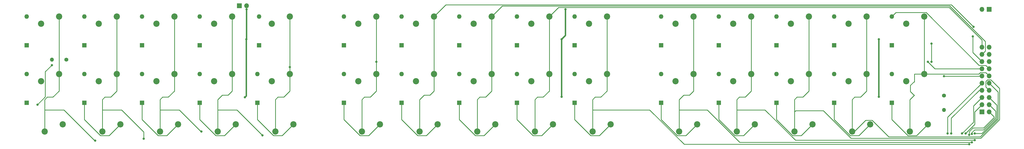
<source format=gbr>
G04 #@! TF.GenerationSoftware,KiCad,Pcbnew,5.1.6+dfsg1-1*
G04 #@! TF.CreationDate,2021-04-10T12:15:02+02:00*
G04 #@! TF.ProjectId,xFaders_keys,78466164-6572-4735-9f6b-6579732e6b69,rev?*
G04 #@! TF.SameCoordinates,Original*
G04 #@! TF.FileFunction,Copper,L1,Top*
G04 #@! TF.FilePolarity,Positive*
%FSLAX46Y46*%
G04 Gerber Fmt 4.6, Leading zero omitted, Abs format (unit mm)*
G04 Created by KiCad (PCBNEW 5.1.6+dfsg1-1) date 2021-04-10 12:15:02*
%MOMM*%
%LPD*%
G01*
G04 APERTURE LIST*
G04 #@! TA.AperFunction,ComponentPad*
%ADD10O,1.700000X1.700000*%
G04 #@! TD*
G04 #@! TA.AperFunction,ComponentPad*
%ADD11R,1.700000X1.700000*%
G04 #@! TD*
G04 #@! TA.AperFunction,ComponentPad*
%ADD12O,1.600000X1.600000*%
G04 #@! TD*
G04 #@! TA.AperFunction,ComponentPad*
%ADD13R,1.600000X1.600000*%
G04 #@! TD*
G04 #@! TA.AperFunction,ComponentPad*
%ADD14O,1.400000X1.400000*%
G04 #@! TD*
G04 #@! TA.AperFunction,ComponentPad*
%ADD15C,1.400000*%
G04 #@! TD*
G04 #@! TA.AperFunction,ComponentPad*
%ADD16C,2.200000*%
G04 #@! TD*
G04 #@! TA.AperFunction,ViaPad*
%ADD17C,0.800000*%
G04 #@! TD*
G04 #@! TA.AperFunction,Conductor*
%ADD18C,0.250000*%
G04 #@! TD*
G04 #@! TA.AperFunction,Conductor*
%ADD19C,0.500000*%
G04 #@! TD*
G04 APERTURE END LIST*
D10*
X124460000Y-140970000D03*
D11*
X121920000Y-140970000D03*
D12*
X128905000Y-144780000D03*
D13*
X128905000Y-154940000D03*
D12*
X351790000Y-165100000D03*
D13*
X351790000Y-175260000D03*
D12*
X331470000Y-165100000D03*
D13*
X331470000Y-175260000D03*
D12*
X311150000Y-165100000D03*
D13*
X311150000Y-175260000D03*
D12*
X290830000Y-165100000D03*
D13*
X290830000Y-175260000D03*
D12*
X270510000Y-165100000D03*
D13*
X270510000Y-175260000D03*
D12*
X351790000Y-144780000D03*
D13*
X351790000Y-154940000D03*
D12*
X331470000Y-144780000D03*
D13*
X331470000Y-154940000D03*
D12*
X311150000Y-144780000D03*
D13*
X311150000Y-154940000D03*
D12*
X290830000Y-144780000D03*
D13*
X290830000Y-154940000D03*
D12*
X270510000Y-144780000D03*
D13*
X270510000Y-154940000D03*
D12*
X240030000Y-165100000D03*
D13*
X240030000Y-175260000D03*
D12*
X219710000Y-165100000D03*
D13*
X219710000Y-175260000D03*
D12*
X199390000Y-165100000D03*
D13*
X199390000Y-175260000D03*
D12*
X179070000Y-165100000D03*
D13*
X179070000Y-175260000D03*
D12*
X158750000Y-165100000D03*
D13*
X158750000Y-175260000D03*
D12*
X240030000Y-144780000D03*
D13*
X240030000Y-154940000D03*
D12*
X219710000Y-144780000D03*
D13*
X219710000Y-154940000D03*
D12*
X199390000Y-144780000D03*
D13*
X199390000Y-154940000D03*
D12*
X179070000Y-144780000D03*
D13*
X179070000Y-154940000D03*
D12*
X158750000Y-144780000D03*
D13*
X158750000Y-154940000D03*
D12*
X128270000Y-165100000D03*
D13*
X128270000Y-175260000D03*
D12*
X107950000Y-165100000D03*
D13*
X107950000Y-175260000D03*
D12*
X87630000Y-165100000D03*
D13*
X87630000Y-175260000D03*
D12*
X67310000Y-165100000D03*
D13*
X67310000Y-175260000D03*
D12*
X46990000Y-165100000D03*
D13*
X46990000Y-175260000D03*
D12*
X107950000Y-144780000D03*
D13*
X107950000Y-154940000D03*
D12*
X87630000Y-144780000D03*
D13*
X87630000Y-154940000D03*
D12*
X67310000Y-144780000D03*
D13*
X67310000Y-154940000D03*
D12*
X46990000Y-144780000D03*
D13*
X46990000Y-154940000D03*
D14*
X55880000Y-160020000D03*
D15*
X60960000Y-160020000D03*
D14*
X370205000Y-177800000D03*
D15*
X370205000Y-172720000D03*
D10*
X383540000Y-142240000D03*
D11*
X386080000Y-142240000D03*
D16*
X171450000Y-182880000D03*
X165100000Y-185420000D03*
X120650000Y-182880000D03*
X114300000Y-185420000D03*
X191770000Y-182880000D03*
X185420000Y-185420000D03*
X133350000Y-147320000D03*
X139700000Y-144780000D03*
X356870000Y-147320000D03*
X363220000Y-144780000D03*
X364490000Y-182880000D03*
X358140000Y-185420000D03*
X356870000Y-167640000D03*
X363220000Y-165100000D03*
X344170000Y-182880000D03*
X337820000Y-185420000D03*
X323850000Y-182880000D03*
X317500000Y-185420000D03*
X303530000Y-182880000D03*
X297180000Y-185420000D03*
X275590000Y-167640000D03*
X281940000Y-165100000D03*
X336550000Y-167640000D03*
X342900000Y-165100000D03*
X316230000Y-167640000D03*
X322580000Y-165100000D03*
X295910000Y-167640000D03*
X302260000Y-165100000D03*
X283210000Y-182880000D03*
X276860000Y-185420000D03*
X336550000Y-147320000D03*
X342900000Y-144780000D03*
X316230000Y-147320000D03*
X322580000Y-144780000D03*
X295910000Y-147320000D03*
X302260000Y-144780000D03*
X275590000Y-147320000D03*
X281940000Y-144780000D03*
X252730000Y-182880000D03*
X246380000Y-185420000D03*
X232410000Y-182880000D03*
X226060000Y-185420000D03*
X212090000Y-182880000D03*
X205740000Y-185420000D03*
X245110000Y-167640000D03*
X251460000Y-165100000D03*
X224790000Y-167640000D03*
X231140000Y-165100000D03*
X204470000Y-167640000D03*
X210820000Y-165100000D03*
X184150000Y-167640000D03*
X190500000Y-165100000D03*
X163830000Y-167640000D03*
X170180000Y-165100000D03*
X245110000Y-147320000D03*
X251460000Y-144780000D03*
X224790000Y-147320000D03*
X231140000Y-144780000D03*
X204470000Y-147320000D03*
X210820000Y-144780000D03*
X184150000Y-147320000D03*
X190500000Y-144780000D03*
X163830000Y-147320000D03*
X170180000Y-144780000D03*
X140970000Y-182880000D03*
X134620000Y-185420000D03*
X100330000Y-182880000D03*
X93980000Y-185420000D03*
X80010000Y-182880000D03*
X73660000Y-185420000D03*
X59690000Y-182880000D03*
X53340000Y-185420000D03*
X133350000Y-167640000D03*
X139700000Y-165100000D03*
X113030000Y-167640000D03*
X119380000Y-165100000D03*
X92710000Y-167640000D03*
X99060000Y-165100000D03*
X72390000Y-167640000D03*
X78740000Y-165100000D03*
X52070000Y-167640000D03*
X58420000Y-165100000D03*
X113030000Y-147320000D03*
X119380000Y-144780000D03*
X92710000Y-147320000D03*
X99060000Y-144780000D03*
X72390000Y-147320000D03*
X78740000Y-144780000D03*
X52070000Y-147320000D03*
X58420000Y-144780000D03*
D10*
X386080000Y-155575000D03*
X383540000Y-155575000D03*
X386080000Y-158115000D03*
X383540000Y-158115000D03*
X386080000Y-160655000D03*
X383540000Y-160655000D03*
X386080000Y-163195000D03*
X383540000Y-163195000D03*
X386080000Y-165735000D03*
X383540000Y-165735000D03*
X386080000Y-168275000D03*
X383540000Y-168275000D03*
X386080000Y-170815000D03*
X383540000Y-170815000D03*
X386080000Y-173355000D03*
X383540000Y-173355000D03*
X386080000Y-175895000D03*
X383540000Y-175895000D03*
X386080000Y-178435000D03*
D11*
X383540000Y-178435000D03*
D17*
X380560858Y-148394142D03*
X380365000Y-151765000D03*
X170180000Y-160745000D03*
X364490000Y-160745000D03*
X139700000Y-162650000D03*
X370205000Y-165825000D03*
X371475000Y-186055000D03*
X130092001Y-186772999D03*
X108585000Y-185420000D03*
X372745000Y-186055000D03*
X381000000Y-188470019D03*
X381000000Y-186055000D03*
X376555000Y-186055000D03*
X88265000Y-187960000D03*
X380018822Y-189195019D03*
X380009400Y-186232800D03*
X377825000Y-186055000D03*
X71120000Y-188595000D03*
X379095000Y-189920019D03*
X379067969Y-186570010D03*
X124460000Y-142240000D03*
X124346961Y-152791963D03*
X236855000Y-142240000D03*
X235471961Y-152791963D03*
X123889999Y-173290001D03*
X235471961Y-173111963D03*
X347231961Y-152791963D03*
X347231961Y-173111963D03*
X50800000Y-175895000D03*
X55880000Y-161925000D03*
X365760000Y-160745000D03*
X365760000Y-154305000D03*
D18*
X231140000Y-144780000D02*
X231140000Y-165100000D01*
X226060000Y-174126367D02*
X226060000Y-185420000D01*
X226947298Y-173239069D02*
X226060000Y-174126367D01*
X228981933Y-173239069D02*
X226947298Y-173239069D01*
X231140000Y-171081002D02*
X228981933Y-173239069D01*
X231140000Y-165100000D02*
X231140000Y-171081002D01*
X234405001Y-141514999D02*
X372019999Y-141514999D01*
X231140000Y-144780000D02*
X234405001Y-141514999D01*
X383540000Y-153035000D02*
X383540000Y-155575000D01*
X372019999Y-141514999D02*
X383540000Y-153035000D01*
X210820000Y-144780000D02*
X210820000Y-165100000D01*
X205740000Y-174120222D02*
X205740000Y-185420000D01*
X206628401Y-173231821D02*
X205740000Y-174120222D01*
X210820000Y-171081002D02*
X208669181Y-173231821D01*
X208669181Y-173231821D02*
X206628401Y-173231821D01*
X210820000Y-165100000D02*
X210820000Y-171081002D01*
X384715001Y-156939999D02*
X383540000Y-158115000D01*
X372206400Y-141064990D02*
X384715001Y-153573591D01*
X384715001Y-153573591D02*
X384715001Y-156939999D01*
X214535010Y-141064990D02*
X372206400Y-141064990D01*
X210820000Y-144780000D02*
X214535010Y-141064990D01*
X190500000Y-144780000D02*
X190500000Y-165100000D01*
X185420000Y-174120222D02*
X185420000Y-185420000D01*
X187035221Y-172505001D02*
X185420000Y-174120222D01*
X189076001Y-172505001D02*
X187035221Y-172505001D01*
X190500000Y-171081002D02*
X189076001Y-172505001D01*
X190500000Y-165100000D02*
X190500000Y-171081002D01*
X372781697Y-140614981D02*
X380560858Y-148394142D01*
X194665019Y-140614981D02*
X372781697Y-140614981D01*
X190500000Y-144780000D02*
X194665019Y-140614981D01*
X380365000Y-157480000D02*
X383540000Y-160655000D01*
X380365000Y-151765000D02*
X380365000Y-157480000D01*
X384904999Y-162019999D02*
X386080000Y-163195000D01*
X382569001Y-162019999D02*
X384904999Y-162019999D01*
X363904001Y-143354999D02*
X382569001Y-162019999D01*
X353215001Y-143354999D02*
X363904001Y-143354999D01*
X351790000Y-144780000D02*
X353215001Y-143354999D01*
X165100000Y-174120222D02*
X165100000Y-185420000D01*
X165988401Y-173231821D02*
X165100000Y-174120222D01*
X168029181Y-173231821D02*
X165988401Y-173231821D01*
X170180000Y-171081002D02*
X168029181Y-173231821D01*
X170180000Y-165100000D02*
X170180000Y-171081002D01*
X170180000Y-160655000D02*
X170180000Y-160745000D01*
X170180000Y-144780000D02*
X170180000Y-160655000D01*
X170180000Y-160655000D02*
X170180000Y-165100000D01*
X366940000Y-163195000D02*
X383540000Y-163195000D01*
X364490000Y-160745000D02*
X366940000Y-163195000D01*
X363220000Y-150660998D02*
X363220000Y-144780000D01*
X363220000Y-165100000D02*
X363220000Y-150660998D01*
X384904999Y-164559999D02*
X386080000Y-165735000D01*
X382975999Y-164559999D02*
X384904999Y-164559999D01*
X382435998Y-165100000D02*
X382975999Y-164559999D01*
X363220000Y-165100000D02*
X382435998Y-165100000D01*
X359755221Y-172505001D02*
X358140000Y-174120222D01*
X359563999Y-172505001D02*
X359755221Y-172505001D01*
X358354999Y-171296001D02*
X359563999Y-172505001D01*
X359563999Y-167854999D02*
X358354999Y-169063999D01*
X358140000Y-174120222D02*
X358140000Y-185420000D01*
X359755221Y-167854999D02*
X359563999Y-167854999D01*
X359755221Y-165100000D02*
X359755221Y-167854999D01*
X358354999Y-169063999D02*
X358354999Y-171296001D01*
X363220000Y-165100000D02*
X359755221Y-165100000D01*
X134620000Y-174120222D02*
X134620000Y-185420000D01*
X135508401Y-173231821D02*
X134620000Y-174120222D01*
X137549181Y-173231821D02*
X135508401Y-173231821D01*
X139700000Y-171081002D02*
X137549181Y-173231821D01*
X139700000Y-165100000D02*
X139700000Y-171081002D01*
X139700000Y-144780000D02*
X139700000Y-160655000D01*
X139700000Y-162560000D02*
X139700000Y-162650000D01*
X139700000Y-160655000D02*
X139700000Y-162560000D01*
X139700000Y-162560000D02*
X139700000Y-165100000D01*
X383450000Y-165825000D02*
X383540000Y-165735000D01*
X370205000Y-165825000D02*
X383450000Y-165825000D01*
X342900000Y-165100000D02*
X342900000Y-144780000D01*
X337820000Y-174120222D02*
X337820000Y-185420000D01*
X338708401Y-173231821D02*
X337820000Y-174120222D01*
X340749181Y-173231821D02*
X338708401Y-173231821D01*
X342900000Y-171081002D02*
X340749181Y-173231821D01*
X342900000Y-165100000D02*
X342900000Y-171081002D01*
X382934990Y-187295010D02*
X389255000Y-180975000D01*
X350694012Y-187295010D02*
X382934990Y-187295010D01*
X338620998Y-185420000D02*
X342585999Y-181454999D01*
X344854001Y-181454999D02*
X350694012Y-187295010D01*
X342585999Y-181454999D02*
X344854001Y-181454999D01*
X389255000Y-180975000D02*
X389255000Y-171450000D01*
X337820000Y-185420000D02*
X338620998Y-185420000D01*
X389255000Y-171450000D02*
X386080000Y-168275000D01*
X119380000Y-165100000D02*
X119380000Y-144780000D01*
X115915221Y-172505001D02*
X114300000Y-174120222D01*
X117956001Y-172505001D02*
X115915221Y-172505001D01*
X119380000Y-171081002D02*
X117956001Y-172505001D01*
X119380000Y-165100000D02*
X119380000Y-171081002D01*
X114300000Y-174120222D02*
X114300000Y-177800000D01*
X114300000Y-177800000D02*
X114300000Y-185420000D01*
X114300000Y-177800000D02*
X121119002Y-177800000D01*
X371475000Y-180340000D02*
X383540000Y-168275000D01*
X371475000Y-186055000D02*
X371475000Y-180340000D01*
X121119002Y-177800000D02*
X130092001Y-186772999D01*
X322580000Y-144780000D02*
X322580000Y-165100000D01*
X318388401Y-173231821D02*
X317500000Y-174120222D01*
X320429181Y-173231821D02*
X318388401Y-173231821D01*
X322580000Y-171081002D02*
X320429181Y-173231821D01*
X322580000Y-165100000D02*
X322580000Y-171081002D01*
X317500000Y-174120222D02*
X317500000Y-178435000D01*
X317500000Y-178435000D02*
X317500000Y-185420000D01*
X389705010Y-181161400D02*
X389705010Y-170161008D01*
X337399607Y-187745019D02*
X383121391Y-187745019D01*
X386644001Y-167099999D02*
X385515999Y-167099999D01*
X385515999Y-167099999D02*
X384904999Y-167710999D01*
X317500000Y-178435000D02*
X317920001Y-178014999D01*
X389705010Y-170161008D02*
X386644001Y-167099999D01*
X317920001Y-178014999D02*
X327669587Y-178014999D01*
X383121391Y-187745019D02*
X389705010Y-181161400D01*
X327669587Y-178014999D02*
X337399607Y-187745019D01*
X384904999Y-167710999D02*
X384904999Y-169639999D01*
X384904999Y-169639999D02*
X386080000Y-170815000D01*
X99060000Y-165100000D02*
X99060000Y-144780000D01*
X94861153Y-173239069D02*
X93980000Y-174120222D01*
X96901933Y-173239069D02*
X94861153Y-173239069D01*
X99060000Y-171081002D02*
X96901933Y-173239069D01*
X99060000Y-165100000D02*
X99060000Y-171081002D01*
X100799002Y-177800000D02*
X108419002Y-185420000D01*
X93980000Y-177800000D02*
X100799002Y-177800000D01*
X93980000Y-174120222D02*
X93980000Y-177800000D01*
X93980000Y-177800000D02*
X93980000Y-185420000D01*
X108419002Y-185420000D02*
X108585000Y-185420000D01*
X382595998Y-170815000D02*
X383540000Y-170815000D01*
X372745000Y-180665998D02*
X382595998Y-170815000D01*
X372745000Y-186055000D02*
X372745000Y-180665998D01*
X302260000Y-165100000D02*
X302260000Y-144780000D01*
X298068401Y-173231821D02*
X297180000Y-174120222D01*
X300109181Y-173231821D02*
X298068401Y-173231821D01*
X302260000Y-171081002D02*
X300109181Y-173231821D01*
X302260000Y-165100000D02*
X302260000Y-171081002D01*
X297180000Y-174120222D02*
X297180000Y-177800000D01*
X297180000Y-177800000D02*
X297180000Y-185420000D01*
X317804607Y-188470019D02*
X381000000Y-188470019D01*
X297180000Y-177800000D02*
X307134588Y-177800000D01*
X307134588Y-177800000D02*
X317804607Y-188470019D01*
X388804990Y-180788600D02*
X383538590Y-186055000D01*
X386080000Y-173355000D02*
X388804990Y-176079990D01*
X388804990Y-176079990D02*
X388804990Y-180788600D01*
X383538590Y-186055000D02*
X381000000Y-186055000D01*
X78740000Y-150660998D02*
X78740000Y-144780000D01*
X78740000Y-165100000D02*
X78740000Y-150660998D01*
X74548401Y-173231821D02*
X73660000Y-174120222D01*
X76589181Y-173231821D02*
X74548401Y-173231821D01*
X78740000Y-171081002D02*
X76589181Y-173231821D01*
X78740000Y-165100000D02*
X78740000Y-171081002D01*
X380549990Y-176345010D02*
X380549990Y-182060010D01*
X383540000Y-173355000D02*
X380549990Y-176345010D01*
X380549990Y-182060010D02*
X376555000Y-186055000D01*
X88265000Y-185585998D02*
X80479002Y-177800000D01*
X88265000Y-187960000D02*
X88265000Y-185585998D01*
X76200000Y-177800000D02*
X73660000Y-177800000D01*
X80479002Y-177800000D02*
X76200000Y-177800000D01*
X73660000Y-177800000D02*
X73660000Y-185420000D01*
X73660000Y-174120222D02*
X73660000Y-177800000D01*
X281940000Y-144780000D02*
X281940000Y-165100000D01*
X280516001Y-172505001D02*
X278475221Y-172505001D01*
X281940000Y-171081002D02*
X280516001Y-172505001D01*
X278475221Y-172505001D02*
X276860000Y-174120222D01*
X281940000Y-165100000D02*
X281940000Y-171081002D01*
X298209607Y-189195019D02*
X380018822Y-189195019D01*
X286814588Y-177800000D02*
X298209607Y-189195019D01*
X276860000Y-177800000D02*
X286814588Y-177800000D01*
X276860000Y-174120222D02*
X276860000Y-177800000D01*
X276860000Y-177800000D02*
X276860000Y-185420000D01*
X388354980Y-178169980D02*
X386080000Y-175895000D01*
X388354980Y-180602200D02*
X388354980Y-178169980D01*
X384172180Y-184785000D02*
X388354980Y-180602200D01*
X381000000Y-184785000D02*
X384172180Y-184785000D01*
X380009400Y-185775600D02*
X381000000Y-184785000D01*
X380009400Y-186232800D02*
X380009400Y-185775600D01*
X58420000Y-165100000D02*
X58420000Y-144780000D01*
X54220757Y-173239465D02*
X53340000Y-174120222D01*
X56261537Y-173239465D02*
X54220757Y-173239465D01*
X58420000Y-171081002D02*
X56261537Y-173239465D01*
X58420000Y-165100000D02*
X58420000Y-171081002D01*
X383540000Y-175895000D02*
X381000000Y-178435000D01*
X381000000Y-178435000D02*
X381000000Y-182880000D01*
X377825000Y-186052180D02*
X377825000Y-186055000D01*
X380997180Y-182880000D02*
X377825000Y-186052180D01*
X381000000Y-182880000D02*
X380997180Y-182880000D01*
X70954002Y-188595000D02*
X71120000Y-188595000D01*
X60159002Y-177800000D02*
X70954002Y-188595000D01*
X53340000Y-177800000D02*
X60159002Y-177800000D01*
X53340000Y-174120222D02*
X53340000Y-177800000D01*
X53340000Y-177800000D02*
X53340000Y-185420000D01*
X251460000Y-144780000D02*
X251460000Y-165100000D01*
X247260757Y-173239465D02*
X246380000Y-174120222D01*
X249301537Y-173239465D02*
X247260757Y-173239465D01*
X251460000Y-171081002D02*
X249301537Y-173239465D01*
X251460000Y-165100000D02*
X251460000Y-171081002D01*
X278614607Y-189920019D02*
X379095000Y-189920019D01*
X266494588Y-177800000D02*
X278614607Y-189920019D01*
X246380000Y-177800000D02*
X266494588Y-177800000D01*
X246380000Y-174120222D02*
X246380000Y-177800000D01*
X246380000Y-177800000D02*
X246380000Y-185420000D01*
X379067969Y-185445621D02*
X380363590Y-184150000D01*
X379067969Y-186570010D02*
X379067969Y-185445621D01*
X380363590Y-184150000D02*
X384170770Y-184150000D01*
X384170770Y-184150000D02*
X387904970Y-180415800D01*
X387904970Y-180259970D02*
X386080000Y-178435000D01*
X387904970Y-180415800D02*
X387904970Y-180259970D01*
X67310000Y-181179002D02*
X67310000Y-175260000D01*
X72975999Y-186845001D02*
X67310000Y-181179002D01*
X76044999Y-186845001D02*
X72975999Y-186845001D01*
X80010000Y-182880000D02*
X76044999Y-186845001D01*
X87630000Y-181179002D02*
X87630000Y-175260000D01*
X96364999Y-186845001D02*
X93295999Y-186845001D01*
X93295999Y-186845001D02*
X87630000Y-181179002D01*
X100330000Y-182880000D02*
X96364999Y-186845001D01*
X107950000Y-181179002D02*
X107950000Y-175260000D01*
X113615999Y-186845001D02*
X107950000Y-181179002D01*
X116684999Y-186845001D02*
X113615999Y-186845001D01*
X120650000Y-182880000D02*
X116684999Y-186845001D01*
X128270000Y-181179002D02*
X128270000Y-175260000D01*
X137004999Y-186845001D02*
X133935999Y-186845001D01*
X133935999Y-186845001D02*
X128270000Y-181179002D01*
X140970000Y-182880000D02*
X137004999Y-186845001D01*
X158750000Y-181179002D02*
X158750000Y-175260000D01*
X164415999Y-186845001D02*
X158750000Y-181179002D01*
X167484999Y-186845001D02*
X164415999Y-186845001D01*
X171450000Y-182880000D02*
X167484999Y-186845001D01*
X179070000Y-181179002D02*
X179070000Y-175260000D01*
X184735999Y-186845001D02*
X179070000Y-181179002D01*
X187804999Y-186845001D02*
X184735999Y-186845001D01*
X191770000Y-182880000D02*
X187804999Y-186845001D01*
X205055999Y-186845001D02*
X199390000Y-181179002D01*
X199390000Y-181179002D02*
X199390000Y-175260000D01*
X208124999Y-186845001D02*
X205055999Y-186845001D01*
X212090000Y-182880000D02*
X208124999Y-186845001D01*
X219710000Y-181179002D02*
X219710000Y-175260000D01*
X225375999Y-186845001D02*
X219710000Y-181179002D01*
X228444999Y-186845001D02*
X225375999Y-186845001D01*
X232410000Y-182880000D02*
X228444999Y-186845001D01*
X240030000Y-181179002D02*
X240030000Y-175260000D01*
X245695999Y-186845001D02*
X240030000Y-181179002D01*
X248764999Y-186845001D02*
X245695999Y-186845001D01*
X252730000Y-182880000D02*
X248764999Y-186845001D01*
X270510000Y-181179002D02*
X270510000Y-175260000D01*
X276175999Y-186845001D02*
X270510000Y-181179002D01*
X279244999Y-186845001D02*
X276175999Y-186845001D01*
X283210000Y-182880000D02*
X279244999Y-186845001D01*
X290830000Y-181179002D02*
X290830000Y-175260000D01*
X296495999Y-186845001D02*
X290830000Y-181179002D01*
X299564999Y-186845001D02*
X296495999Y-186845001D01*
X303530000Y-182880000D02*
X299564999Y-186845001D01*
X311150000Y-181179002D02*
X311150000Y-175260000D01*
X316815999Y-186845001D02*
X311150000Y-181179002D01*
X319884999Y-186845001D02*
X316815999Y-186845001D01*
X323850000Y-182880000D02*
X319884999Y-186845001D01*
X331470000Y-181179002D02*
X331470000Y-175260000D01*
X337135999Y-186845001D02*
X331470000Y-181179002D01*
X340204999Y-186845001D02*
X337135999Y-186845001D01*
X344170000Y-182880000D02*
X340204999Y-186845001D01*
X351790000Y-181179002D02*
X351790000Y-175260000D01*
X357455999Y-186845001D02*
X351790000Y-181179002D01*
X360524999Y-186845001D02*
X357455999Y-186845001D01*
X364490000Y-182880000D02*
X360524999Y-186845001D01*
D19*
X124460000Y-152678924D02*
X124346961Y-152791963D01*
X124460000Y-142240000D02*
X124460000Y-152678924D01*
X236855000Y-151408924D02*
X235471961Y-152791963D01*
X236855000Y-142240000D02*
X236855000Y-151408924D01*
X124346961Y-172833039D02*
X123889999Y-173290001D01*
X124346961Y-152791963D02*
X124346961Y-172833039D01*
X235471961Y-152791963D02*
X235471961Y-173111963D01*
X347231961Y-152791963D02*
X347231961Y-173111963D01*
D18*
X53554999Y-164250001D02*
X55880000Y-161925000D01*
X53554999Y-173140001D02*
X53554999Y-164250001D01*
X50800000Y-175895000D02*
X53554999Y-173140001D01*
X365760000Y-160745000D02*
X365760000Y-154305000D01*
M02*

</source>
